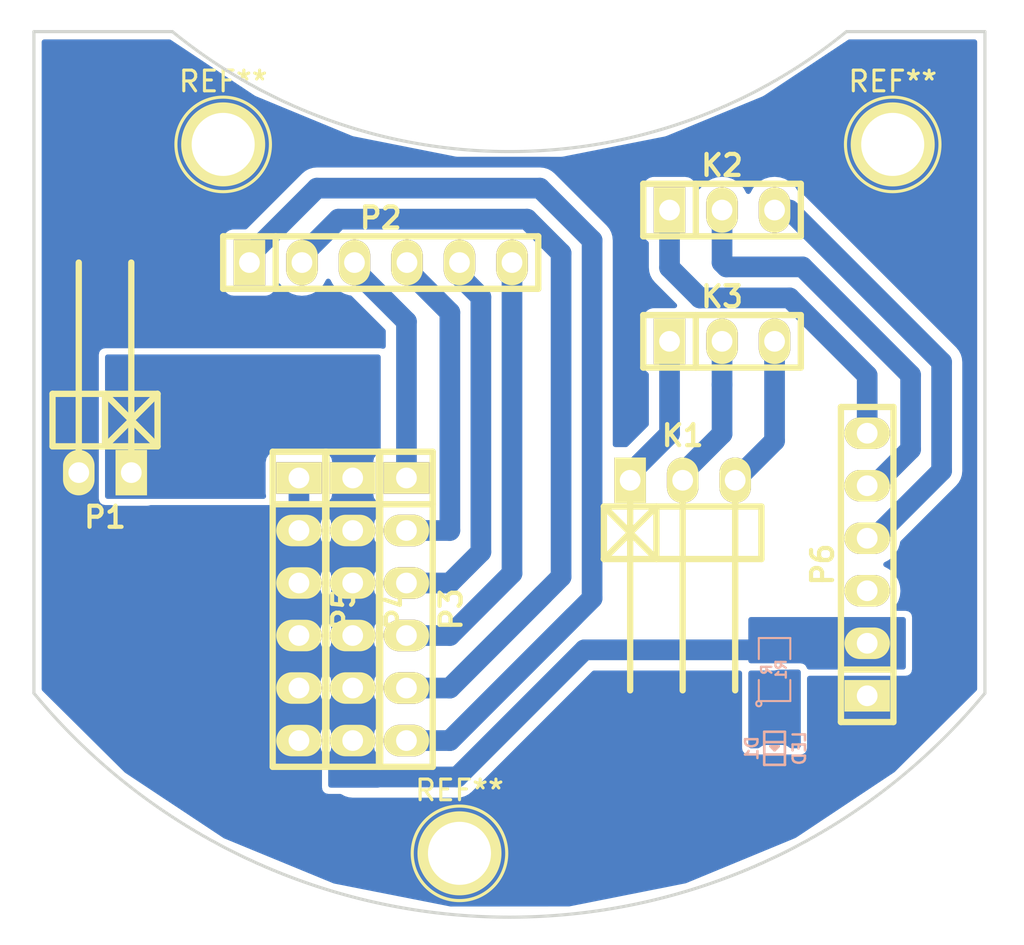
<source format=kicad_pcb>
(kicad_pcb (version 4) (host pcbnew 4.0.1-stable)

  (general
    (links 29)
    (no_connects 0)
    (area 113.324999 58.924999 159.475001 121.907869)
    (thickness 1.6)
    (drawings 6)
    (tracks 68)
    (zones 0)
    (modules 14)
    (nets 17)
  )

  (page A4)
  (layers
    (0 F.Cu signal)
    (31 B.Cu signal)
    (32 B.Adhes user)
    (33 F.Adhes user)
    (34 B.Paste user)
    (35 F.Paste user)
    (36 B.SilkS user)
    (37 F.SilkS user)
    (38 B.Mask user)
    (39 F.Mask user)
    (40 Dwgs.User user)
    (41 Cmts.User user)
    (42 Eco1.User user)
    (43 Eco2.User user)
    (44 Edge.Cuts user)
    (45 Margin user)
    (46 B.CrtYd user)
    (47 F.CrtYd user)
    (48 B.Fab user)
    (49 F.Fab user)
  )

  (setup
    (last_trace_width 1)
    (trace_clearance 0.5)
    (zone_clearance 0.3)
    (zone_45_only no)
    (trace_min 0.2)
    (segment_width 0.2)
    (edge_width 0.15)
    (via_size 0.6)
    (via_drill 0.4)
    (via_min_size 0.4)
    (via_min_drill 0.3)
    (uvia_size 0.3)
    (uvia_drill 0.1)
    (uvias_allowed no)
    (uvia_min_size 0.2)
    (uvia_min_drill 0.1)
    (pcb_text_width 0.3)
    (pcb_text_size 1.5 1.5)
    (mod_edge_width 0.15)
    (mod_text_size 1 1)
    (mod_text_width 0.15)
    (pad_size 4.064 4.064)
    (pad_drill 3.048)
    (pad_to_mask_clearance 0.2)
    (aux_axis_origin 0 0)
    (visible_elements FFFFFF7F)
    (pcbplotparams
      (layerselection 0x01000_80000000)
      (usegerberextensions false)
      (excludeedgelayer true)
      (linewidth 0.100000)
      (plotframeref false)
      (viasonmask false)
      (mode 1)
      (useauxorigin false)
      (hpglpennumber 1)
      (hpglpenspeed 20)
      (hpglpendiameter 15)
      (hpglpenoverlay 2)
      (psnegative false)
      (psa4output false)
      (plotreference true)
      (plotvalue true)
      (plotinvisibletext false)
      (padsonsilk false)
      (subtractmaskfromsilk false)
      (outputformat 1)
      (mirror false)
      (drillshape 0)
      (scaleselection 1)
      (outputdirectory ""))
  )

  (net 0 "")
  (net 1 "Net-(D1-Pad1)")
  (net 2 GND)
  (net 3 PTCM+)
  (net 4 PTCM-)
  (net 5 PTCMs)
  (net 6 +6V)
  (net 7 SRV_0)
  (net 8 SRV_1)
  (net 9 SRV_2)
  (net 10 SRV_3)
  (net 11 SRV_4)
  (net 12 SRV_5)
  (net 13 "Net-(P6-Pad3)")
  (net 14 IO_0)
  (net 15 SDA)
  (net 16 SCL)

  (net_class Default "This is the default net class."
    (clearance 0.5)
    (trace_width 1)
    (via_dia 0.6)
    (via_drill 0.4)
    (uvia_dia 0.3)
    (uvia_drill 0.1)
    (add_net +6V)
    (add_net GND)
    (add_net IO_0)
    (add_net "Net-(D1-Pad1)")
    (add_net "Net-(P6-Pad3)")
    (add_net PTCM+)
    (add_net PTCM-)
    (add_net PTCMs)
    (add_net SCL)
    (add_net SDA)
    (add_net SRV_0)
    (add_net SRV_1)
    (add_net SRV_2)
    (add_net SRV_3)
    (add_net SRV_4)
    (add_net SRV_5)
  )

  (module w_smd_leds:Led_0603 (layer B.Cu) (tedit 0) (tstamp 56982BDA)
    (at 149.225 113.665 270)
    (descr "SMD LED, 0603")
    (path /56982754)
    (fp_text reference D1 (at 0 1.09982 270) (layer B.SilkS)
      (effects (font (size 0.59944 0.59944) (thickness 0.11938)) (justify mirror))
    )
    (fp_text value LED (at 0 -1.19888 270) (layer B.SilkS)
      (effects (font (size 0.59944 0.59944) (thickness 0.11938)) (justify mirror))
    )
    (fp_line (start 0.29972 -0.50038) (end 0.29972 0.50038) (layer B.SilkS) (width 0.127))
    (fp_line (start -0.29972 0.50038) (end -0.29972 -0.50038) (layer B.SilkS) (width 0.127))
    (fp_line (start 0 -0.09906) (end 0 0.09906) (layer B.SilkS) (width 0.127))
    (fp_line (start -0.09906 0.20066) (end -0.09906 -0.20066) (layer B.SilkS) (width 0.127))
    (fp_line (start -0.09906 -0.20066) (end 0.09906 0) (layer B.SilkS) (width 0.127))
    (fp_line (start 0.09906 0) (end -0.09906 0.20066) (layer B.SilkS) (width 0.127))
    (fp_line (start -0.8001 0.50038) (end 0.8001 0.50038) (layer B.SilkS) (width 0.127))
    (fp_line (start 0.8001 0.50038) (end 0.8001 -0.50038) (layer B.SilkS) (width 0.127))
    (fp_line (start 0.8001 -0.50038) (end -0.8001 -0.50038) (layer B.SilkS) (width 0.127))
    (fp_line (start -0.8001 -0.50038) (end -0.8001 0.50038) (layer B.SilkS) (width 0.127))
    (pad 1 smd rect (at -0.7493 0 270) (size 0.79756 0.79756) (layers B.Cu B.Paste B.Mask)
      (net 1 "Net-(D1-Pad1)"))
    (pad 2 smd rect (at 0.7493 0 270) (size 0.79756 0.79756) (layers B.Cu B.Paste B.Mask)
      (net 2 GND))
    (model walter/smd_leds/led_0603.wrl
      (at (xyz 0 0 0))
      (scale (xyz 1 1 1))
      (rotate (xyz 0 0 0))
    )
  )

  (module w_pin_strip:pin_strip_3-90 (layer F.Cu) (tedit 4EF89165) (tstamp 56982BE1)
    (at 144.78 100.7)
    (descr "Pin strip 3pin 90")
    (tags "CONN DEV")
    (path /5697F2C2)
    (fp_text reference K1 (at 0 -2.159) (layer F.SilkS)
      (effects (font (size 1.016 1.016) (thickness 0.2032)))
    )
    (fp_text value CONN_3 (at 0.254 -3.556) (layer F.SilkS) hide
      (effects (font (size 1.016 0.889) (thickness 0.2032)))
    )
    (fp_line (start -3.81 1.27) (end -1.27 3.81) (layer F.SilkS) (width 0.3048))
    (fp_line (start -1.27 1.27) (end -3.81 3.81) (layer F.SilkS) (width 0.3048))
    (fp_line (start -3.81 1.27) (end 3.81 1.27) (layer F.SilkS) (width 0.3048))
    (fp_line (start 3.81 1.27) (end 3.81 3.81) (layer F.SilkS) (width 0.3048))
    (fp_line (start 3.81 3.81) (end -3.81 3.81) (layer F.SilkS) (width 0.3048))
    (fp_line (start -1.27 1.27) (end -1.27 3.81) (layer F.SilkS) (width 0.3048))
    (fp_line (start -2.54 0) (end -2.54 10.16) (layer F.SilkS) (width 0.3048))
    (fp_line (start 2.54 10.16) (end 2.54 0) (layer F.SilkS) (width 0.3048))
    (fp_line (start 0 0) (end 0 10.16) (layer F.SilkS) (width 0.3048))
    (fp_line (start -3.81 3.81) (end -3.81 1.27) (layer F.SilkS) (width 0.3048))
    (pad 1 thru_hole rect (at -2.54 0) (size 1.524 2.19964) (drill 1.00076) (layers *.Cu *.Mask F.SilkS)
      (net 4 PTCM-))
    (pad 2 thru_hole oval (at 0 0) (size 1.524 2.19964) (drill 1.00076) (layers *.Cu *.Mask F.SilkS)
      (net 3 PTCM+))
    (pad 3 thru_hole oval (at 2.54 0) (size 1.524 2.19964) (drill 1.00076) (layers *.Cu *.Mask F.SilkS)
      (net 5 PTCMs))
    (model walter/pin_strip/pin_strip_3-90.wrl
      (at (xyz 0 0 0))
      (scale (xyz 1 1 1))
      (rotate (xyz 0 0 0))
    )
  )

  (module w_pin_strip:pin_strip_2-90 (layer F.Cu) (tedit 4EF89145) (tstamp 56982BE7)
    (at 116.84 100.33 180)
    (descr "Pin strip 2pin 90")
    (tags "CONN DEV")
    (path /569823F1)
    (fp_text reference P1 (at 0 -2.159 180) (layer F.SilkS)
      (effects (font (size 1.016 1.016) (thickness 0.2032)))
    )
    (fp_text value CONN_2 (at 0.254 -3.556 180) (layer F.SilkS) hide
      (effects (font (size 1.016 0.889) (thickness 0.2032)))
    )
    (fp_line (start 0 3.81) (end -2.54 1.27) (layer F.SilkS) (width 0.3048))
    (fp_line (start 0 3.81) (end 0 1.27) (layer F.SilkS) (width 0.3048))
    (fp_line (start 0 1.27) (end -2.54 3.81) (layer F.SilkS) (width 0.3048))
    (fp_line (start -2.54 3.81) (end 2.54 3.81) (layer F.SilkS) (width 0.3048))
    (fp_line (start 2.54 3.81) (end 2.54 1.27) (layer F.SilkS) (width 0.3048))
    (fp_line (start 2.54 1.27) (end -2.54 1.27) (layer F.SilkS) (width 0.3048))
    (fp_line (start -1.27 0) (end -1.27 10.16) (layer F.SilkS) (width 0.3048))
    (fp_line (start 1.27 0) (end 1.27 10.16) (layer F.SilkS) (width 0.3048))
    (fp_line (start -2.54 3.81) (end -2.54 1.27) (layer F.SilkS) (width 0.3048))
    (pad 1 thru_hole rect (at -1.27 0 180) (size 1.524 2.19964) (drill 1.00076) (layers *.Cu *.Mask F.SilkS)
      (net 6 +6V))
    (pad 2 thru_hole oval (at 1.27 0 180) (size 1.524 2.19964) (drill 1.00076) (layers *.Cu *.Mask F.SilkS)
      (net 2 GND))
    (model walter/pin_strip/pin_strip_2-90.wrl
      (at (xyz 0 0 0))
      (scale (xyz 1 1 1))
      (rotate (xyz 0 0 0))
    )
  )

  (module w_pin_strip:pin_strip_6 (layer F.Cu) (tedit 4B90DFC4) (tstamp 56982BF1)
    (at 131.42 106.94 270)
    (descr "Pin strip 6pin")
    (tags "CONN DEV")
    (path /5697E819)
    (fp_text reference P3 (at 0 -2.159 270) (layer F.SilkS)
      (effects (font (size 1.016 1.016) (thickness 0.2032)))
    )
    (fp_text value CONN_6 (at 0.254 -3.556 270) (layer F.SilkS) hide
      (effects (font (size 1.016 0.889) (thickness 0.2032)))
    )
    (fp_line (start -5.08 -1.27) (end -5.08 1.27) (layer F.SilkS) (width 0.3048))
    (fp_line (start -7.62 1.27) (end -7.62 -1.27) (layer F.SilkS) (width 0.3048))
    (fp_line (start -7.62 -1.27) (end 7.62 -1.27) (layer F.SilkS) (width 0.3048))
    (fp_line (start 7.62 -1.27) (end 7.62 1.27) (layer F.SilkS) (width 0.3048))
    (fp_line (start 7.62 1.27) (end -7.62 1.27) (layer F.SilkS) (width 0.3048))
    (pad 1 thru_hole rect (at -6.35 0 270) (size 1.524 2.19964) (drill 1.00076) (layers *.Cu *.Mask F.SilkS)
      (net 7 SRV_0))
    (pad 2 thru_hole oval (at -3.81 0 270) (size 1.524 2.19964) (drill 1.00076) (layers *.Cu *.Mask F.SilkS)
      (net 8 SRV_1))
    (pad 3 thru_hole oval (at -1.27 0 270) (size 1.524 2.19964) (drill 1.00076) (layers *.Cu *.Mask F.SilkS)
      (net 9 SRV_2))
    (pad 4 thru_hole oval (at 1.27 0 270) (size 1.524 2.19964) (drill 1.00076) (layers *.Cu *.Mask F.SilkS)
      (net 10 SRV_3))
    (pad 5 thru_hole oval (at 3.81 0 270) (size 1.524 2.19964) (drill 1.00076) (layers *.Cu *.Mask F.SilkS)
      (net 11 SRV_4))
    (pad 6 thru_hole oval (at 6.35 0 270) (size 1.524 2.19964) (drill 1.00076) (layers *.Cu *.Mask F.SilkS)
      (net 12 SRV_5))
    (model walter/pin_strip/pin_strip_6.wrl
      (at (xyz 0 0 0))
      (scale (xyz 1 1 1))
      (rotate (xyz 0 0 0))
    )
  )

  (module w_pin_strip:pin_strip_6 (layer F.Cu) (tedit 4B90DFC4) (tstamp 56982BFB)
    (at 128.82 106.94 270)
    (descr "Pin strip 6pin")
    (tags "CONN DEV")
    (path /5697E2B4)
    (fp_text reference P4 (at 0 -2.159 270) (layer F.SilkS)
      (effects (font (size 1.016 1.016) (thickness 0.2032)))
    )
    (fp_text value CONN_6 (at 0.254 -3.556 270) (layer F.SilkS) hide
      (effects (font (size 1.016 0.889) (thickness 0.2032)))
    )
    (fp_line (start -5.08 -1.27) (end -5.08 1.27) (layer F.SilkS) (width 0.3048))
    (fp_line (start -7.62 1.27) (end -7.62 -1.27) (layer F.SilkS) (width 0.3048))
    (fp_line (start -7.62 -1.27) (end 7.62 -1.27) (layer F.SilkS) (width 0.3048))
    (fp_line (start 7.62 -1.27) (end 7.62 1.27) (layer F.SilkS) (width 0.3048))
    (fp_line (start 7.62 1.27) (end -7.62 1.27) (layer F.SilkS) (width 0.3048))
    (pad 1 thru_hole rect (at -6.35 0 270) (size 1.524 2.19964) (drill 1.00076) (layers *.Cu *.Mask F.SilkS)
      (net 6 +6V))
    (pad 2 thru_hole oval (at -3.81 0 270) (size 1.524 2.19964) (drill 1.00076) (layers *.Cu *.Mask F.SilkS)
      (net 6 +6V))
    (pad 3 thru_hole oval (at -1.27 0 270) (size 1.524 2.19964) (drill 1.00076) (layers *.Cu *.Mask F.SilkS)
      (net 6 +6V))
    (pad 4 thru_hole oval (at 1.27 0 270) (size 1.524 2.19964) (drill 1.00076) (layers *.Cu *.Mask F.SilkS)
      (net 6 +6V))
    (pad 5 thru_hole oval (at 3.81 0 270) (size 1.524 2.19964) (drill 1.00076) (layers *.Cu *.Mask F.SilkS)
      (net 6 +6V))
    (pad 6 thru_hole oval (at 6.35 0 270) (size 1.524 2.19964) (drill 1.00076) (layers *.Cu *.Mask F.SilkS)
      (net 6 +6V))
    (model walter/pin_strip/pin_strip_6.wrl
      (at (xyz 0 0 0))
      (scale (xyz 1 1 1))
      (rotate (xyz 0 0 0))
    )
  )

  (module w_pin_strip:pin_strip_6 (layer F.Cu) (tedit 4B90DFC4) (tstamp 56982C05)
    (at 126.22 106.94 270)
    (descr "Pin strip 6pin")
    (tags "CONN DEV")
    (path /5697E368)
    (fp_text reference P5 (at 0 -2.159 270) (layer F.SilkS)
      (effects (font (size 1.016 1.016) (thickness 0.2032)))
    )
    (fp_text value CONN_6 (at 0.254 -3.556 270) (layer F.SilkS) hide
      (effects (font (size 1.016 0.889) (thickness 0.2032)))
    )
    (fp_line (start -5.08 -1.27) (end -5.08 1.27) (layer F.SilkS) (width 0.3048))
    (fp_line (start -7.62 1.27) (end -7.62 -1.27) (layer F.SilkS) (width 0.3048))
    (fp_line (start -7.62 -1.27) (end 7.62 -1.27) (layer F.SilkS) (width 0.3048))
    (fp_line (start 7.62 -1.27) (end 7.62 1.27) (layer F.SilkS) (width 0.3048))
    (fp_line (start 7.62 1.27) (end -7.62 1.27) (layer F.SilkS) (width 0.3048))
    (pad 1 thru_hole rect (at -6.35 0 270) (size 1.524 2.19964) (drill 1.00076) (layers *.Cu *.Mask F.SilkS)
      (net 2 GND))
    (pad 2 thru_hole oval (at -3.81 0 270) (size 1.524 2.19964) (drill 1.00076) (layers *.Cu *.Mask F.SilkS)
      (net 2 GND))
    (pad 3 thru_hole oval (at -1.27 0 270) (size 1.524 2.19964) (drill 1.00076) (layers *.Cu *.Mask F.SilkS)
      (net 2 GND))
    (pad 4 thru_hole oval (at 1.27 0 270) (size 1.524 2.19964) (drill 1.00076) (layers *.Cu *.Mask F.SilkS)
      (net 2 GND))
    (pad 5 thru_hole oval (at 3.81 0 270) (size 1.524 2.19964) (drill 1.00076) (layers *.Cu *.Mask F.SilkS)
      (net 2 GND))
    (pad 6 thru_hole oval (at 6.35 0 270) (size 1.524 2.19964) (drill 1.00076) (layers *.Cu *.Mask F.SilkS)
      (net 2 GND))
    (model walter/pin_strip/pin_strip_6.wrl
      (at (xyz 0 0 0))
      (scale (xyz 1 1 1))
      (rotate (xyz 0 0 0))
    )
  )

  (module libcms:SM0805 (layer B.Cu) (tedit 5091495C) (tstamp 56982C0B)
    (at 149.225 109.855 90)
    (path /569827AF)
    (attr smd)
    (fp_text reference R1 (at 0 0.3175 90) (layer B.SilkS)
      (effects (font (size 0.50038 0.50038) (thickness 0.10922)) (justify mirror))
    )
    (fp_text value R (at 0 -0.381 90) (layer B.SilkS)
      (effects (font (size 0.50038 0.50038) (thickness 0.10922)) (justify mirror))
    )
    (fp_circle (center -1.651 -0.762) (end -1.651 -0.635) (layer B.SilkS) (width 0.09906))
    (fp_line (start -0.508 -0.762) (end -1.524 -0.762) (layer B.SilkS) (width 0.09906))
    (fp_line (start -1.524 -0.762) (end -1.524 0.762) (layer B.SilkS) (width 0.09906))
    (fp_line (start -1.524 0.762) (end -0.508 0.762) (layer B.SilkS) (width 0.09906))
    (fp_line (start 0.508 0.762) (end 1.524 0.762) (layer B.SilkS) (width 0.09906))
    (fp_line (start 1.524 0.762) (end 1.524 -0.762) (layer B.SilkS) (width 0.09906))
    (fp_line (start 1.524 -0.762) (end 0.508 -0.762) (layer B.SilkS) (width 0.09906))
    (pad 1 smd rect (at -0.9525 0 90) (size 0.889 1.397) (layers B.Cu B.Paste B.Mask)
      (net 1 "Net-(D1-Pad1)"))
    (pad 2 smd rect (at 0.9525 0 90) (size 0.889 1.397) (layers B.Cu B.Paste B.Mask)
      (net 6 +6V))
    (model smd/chip_cms.wrl
      (at (xyz 0 0 0))
      (scale (xyz 0.1 0.1 0.1))
      (rotate (xyz 0 0 0))
    )
  )

  (module w_pin_strip:pin_strip_6 (layer F.Cu) (tedit 4B90DFC4) (tstamp 56983C2E)
    (at 153.705 104.775 90)
    (descr "Pin strip 6pin")
    (tags "CONN DEV")
    (path /569855D1)
    (fp_text reference P6 (at 0 -2.159 90) (layer F.SilkS)
      (effects (font (size 1.016 1.016) (thickness 0.2032)))
    )
    (fp_text value CONN_6 (at 0.254 -3.556 90) (layer F.SilkS) hide
      (effects (font (size 1.016 0.889) (thickness 0.2032)))
    )
    (fp_line (start -5.08 -1.27) (end -5.08 1.27) (layer F.SilkS) (width 0.3048))
    (fp_line (start -7.62 1.27) (end -7.62 -1.27) (layer F.SilkS) (width 0.3048))
    (fp_line (start -7.62 -1.27) (end 7.62 -1.27) (layer F.SilkS) (width 0.3048))
    (fp_line (start 7.62 -1.27) (end 7.62 1.27) (layer F.SilkS) (width 0.3048))
    (fp_line (start 7.62 1.27) (end -7.62 1.27) (layer F.SilkS) (width 0.3048))
    (pad 1 thru_hole rect (at -6.35 0 90) (size 1.524 2.19964) (drill 1.00076) (layers *.Cu *.Mask F.SilkS)
      (net 2 GND))
    (pad 2 thru_hole oval (at -3.81 0 90) (size 1.524 2.19964) (drill 1.00076) (layers *.Cu *.Mask F.SilkS)
      (net 6 +6V))
    (pad 3 thru_hole oval (at -1.27 0 90) (size 1.524 2.19964) (drill 1.00076) (layers *.Cu *.Mask F.SilkS)
      (net 13 "Net-(P6-Pad3)"))
    (pad 4 thru_hole oval (at 1.27 0 90) (size 1.524 2.19964) (drill 1.00076) (layers *.Cu *.Mask F.SilkS)
      (net 14 IO_0))
    (pad 5 thru_hole oval (at 3.81 0 90) (size 1.524 2.19964) (drill 1.00076) (layers *.Cu *.Mask F.SilkS)
      (net 15 SDA))
    (pad 6 thru_hole oval (at 6.35 0 90) (size 1.524 2.19964) (drill 1.00076) (layers *.Cu *.Mask F.SilkS)
      (net 16 SCL))
    (model walter/pin_strip/pin_strip_6.wrl
      (at (xyz 0 0 0))
      (scale (xyz 1 1 1))
      (rotate (xyz 0 0 0))
    )
  )

  (module Connect:1pin (layer F.Cu) (tedit 56A33243) (tstamp 569C37EA)
    (at 122.555 84.455)
    (descr "module 1 pin (ou trou mecanique de percage)")
    (tags DEV)
    (fp_text reference REF** (at 0 -3.048) (layer F.SilkS)
      (effects (font (size 1 1) (thickness 0.15)))
    )
    (fp_text value 1pin (at 0 2.794) (layer F.Fab)
      (effects (font (size 1 1) (thickness 0.15)))
    )
    (fp_circle (center 0 0) (end 0 -2.286) (layer F.SilkS) (width 0.15))
    (pad 1 thru_hole circle (at 0 0) (size 4.064 4.064) (drill 3.048) (layers *.Cu *.Mask F.SilkS)
      (net 2 GND))
  )

  (module Connect:1pin (layer F.Cu) (tedit 56A3325E) (tstamp 569C37F1)
    (at 133.985 118.745)
    (descr "module 1 pin (ou trou mecanique de percage)")
    (tags DEV)
    (fp_text reference REF** (at 0 -3.048) (layer F.SilkS)
      (effects (font (size 1 1) (thickness 0.15)))
    )
    (fp_text value 1pin (at 0 2.794) (layer F.Fab)
      (effects (font (size 1 1) (thickness 0.15)))
    )
    (fp_circle (center 0 0) (end 0 -2.286) (layer F.SilkS) (width 0.15))
    (pad 3 thru_hole circle (at 0 0) (size 4.064 4.064) (drill 3.048) (layers *.Cu *.Mask F.SilkS)
      (net 2 GND))
  )

  (module Connect:1pin (layer F.Cu) (tedit 56A3324E) (tstamp 569C3907)
    (at 154.94 84.455)
    (descr "module 1 pin (ou trou mecanique de percage)")
    (tags DEV)
    (fp_text reference REF** (at 0 -3.048) (layer F.SilkS)
      (effects (font (size 1 1) (thickness 0.15)))
    )
    (fp_text value 1pin (at 0 2.794) (layer F.Fab)
      (effects (font (size 1 1) (thickness 0.15)))
    )
    (fp_circle (center 0 0) (end 0 -2.286) (layer F.SilkS) (width 0.15))
    (pad 2 thru_hole circle (at 0 0) (size 4.064 4.064) (drill 3.048) (layers *.Cu *.Mask F.SilkS)
      (net 2 GND))
  )

  (module w_pin_strip:pin_strip_3 (layer F.Cu) (tedit 4B90E017) (tstamp 569D36B4)
    (at 146.685 87.63)
    (descr "Pin strip 3pin")
    (tags "CONN DEV")
    (path /569D3971)
    (fp_text reference K2 (at 0 -2.159) (layer F.SilkS)
      (effects (font (size 1.016 1.016) (thickness 0.2032)))
    )
    (fp_text value CONN_3 (at 0.254 -3.556) (layer F.SilkS) hide
      (effects (font (size 1.016 0.889) (thickness 0.2032)))
    )
    (fp_line (start -1.27 1.27) (end -1.27 -1.27) (layer F.SilkS) (width 0.3048))
    (fp_line (start -3.81 -1.27) (end 3.81 -1.27) (layer F.SilkS) (width 0.3048))
    (fp_line (start 3.81 -1.27) (end 3.81 1.27) (layer F.SilkS) (width 0.3048))
    (fp_line (start 3.81 1.27) (end -3.81 1.27) (layer F.SilkS) (width 0.3048))
    (fp_line (start -3.81 1.27) (end -3.81 -1.27) (layer F.SilkS) (width 0.3048))
    (pad 1 thru_hole rect (at -2.54 0) (size 1.524 2.19964) (drill 1.00076) (layers *.Cu *.Mask F.SilkS)
      (net 16 SCL))
    (pad 2 thru_hole oval (at 0 0) (size 1.524 2.19964) (drill 1.00076) (layers *.Cu *.Mask F.SilkS)
      (net 15 SDA))
    (pad 3 thru_hole oval (at 2.54 0) (size 1.524 2.19964) (drill 1.00076) (layers *.Cu *.Mask F.SilkS)
      (net 14 IO_0))
    (model walter/pin_strip/pin_strip_3.wrl
      (at (xyz 0 0 0))
      (scale (xyz 1 1 1))
      (rotate (xyz 0 0 0))
    )
  )

  (module w_pin_strip:pin_strip_3 (layer F.Cu) (tedit 4B90E017) (tstamp 569D36BB)
    (at 146.685 93.98)
    (descr "Pin strip 3pin")
    (tags "CONN DEV")
    (path /569D39FE)
    (fp_text reference K3 (at 0 -2.159) (layer F.SilkS)
      (effects (font (size 1.016 1.016) (thickness 0.2032)))
    )
    (fp_text value CONN_3 (at 0.254 -3.556) (layer F.SilkS) hide
      (effects (font (size 1.016 0.889) (thickness 0.2032)))
    )
    (fp_line (start -1.27 1.27) (end -1.27 -1.27) (layer F.SilkS) (width 0.3048))
    (fp_line (start -3.81 -1.27) (end 3.81 -1.27) (layer F.SilkS) (width 0.3048))
    (fp_line (start 3.81 -1.27) (end 3.81 1.27) (layer F.SilkS) (width 0.3048))
    (fp_line (start 3.81 1.27) (end -3.81 1.27) (layer F.SilkS) (width 0.3048))
    (fp_line (start -3.81 1.27) (end -3.81 -1.27) (layer F.SilkS) (width 0.3048))
    (pad 1 thru_hole rect (at -2.54 0) (size 1.524 2.19964) (drill 1.00076) (layers *.Cu *.Mask F.SilkS)
      (net 4 PTCM-))
    (pad 2 thru_hole oval (at 0 0) (size 1.524 2.19964) (drill 1.00076) (layers *.Cu *.Mask F.SilkS)
      (net 3 PTCM+))
    (pad 3 thru_hole oval (at 2.54 0) (size 1.524 2.19964) (drill 1.00076) (layers *.Cu *.Mask F.SilkS)
      (net 5 PTCMs))
    (model walter/pin_strip/pin_strip_3.wrl
      (at (xyz 0 0 0))
      (scale (xyz 1 1 1))
      (rotate (xyz 0 0 0))
    )
  )

  (module w_pin_strip:pin_strip_6 (layer F.Cu) (tedit 4B90DFC4) (tstamp 569D36C5)
    (at 130.175 90.17)
    (descr "Pin strip 6pin")
    (tags "CONN DEV")
    (path /569D35E5)
    (fp_text reference P2 (at 0 -2.159) (layer F.SilkS)
      (effects (font (size 1.016 1.016) (thickness 0.2032)))
    )
    (fp_text value CONN_6 (at 0.254 -3.556) (layer F.SilkS) hide
      (effects (font (size 1.016 0.889) (thickness 0.2032)))
    )
    (fp_line (start -5.08 -1.27) (end -5.08 1.27) (layer F.SilkS) (width 0.3048))
    (fp_line (start -7.62 1.27) (end -7.62 -1.27) (layer F.SilkS) (width 0.3048))
    (fp_line (start -7.62 -1.27) (end 7.62 -1.27) (layer F.SilkS) (width 0.3048))
    (fp_line (start 7.62 -1.27) (end 7.62 1.27) (layer F.SilkS) (width 0.3048))
    (fp_line (start 7.62 1.27) (end -7.62 1.27) (layer F.SilkS) (width 0.3048))
    (pad 1 thru_hole rect (at -6.35 0) (size 1.524 2.19964) (drill 1.00076) (layers *.Cu *.Mask F.SilkS)
      (net 12 SRV_5))
    (pad 2 thru_hole oval (at -3.81 0) (size 1.524 2.19964) (drill 1.00076) (layers *.Cu *.Mask F.SilkS)
      (net 11 SRV_4))
    (pad 3 thru_hole oval (at -1.27 0) (size 1.524 2.19964) (drill 1.00076) (layers *.Cu *.Mask F.SilkS)
      (net 7 SRV_0))
    (pad 4 thru_hole oval (at 1.27 0) (size 1.524 2.19964) (drill 1.00076) (layers *.Cu *.Mask F.SilkS)
      (net 8 SRV_1))
    (pad 5 thru_hole oval (at 3.81 0) (size 1.524 2.19964) (drill 1.00076) (layers *.Cu *.Mask F.SilkS)
      (net 9 SRV_2))
    (pad 6 thru_hole oval (at 6.35 0) (size 1.524 2.19964) (drill 1.00076) (layers *.Cu *.Mask F.SilkS)
      (net 10 SRV_3))
    (model walter/pin_strip/pin_strip_6.wrl
      (at (xyz 0 0 0))
      (scale (xyz 1 1 1))
      (rotate (xyz 0 0 0))
    )
  )

  (gr_arc (start 136.4 59) (end 152.7 79) (angle 78.36006817) (layer Edge.Cuts) (width 0.15))
  (gr_line (start 152.7 79) (end 159.4 79) (layer Edge.Cuts) (width 0.15))
  (gr_line (start 120.1 79) (end 113.4 79) (layer Edge.Cuts) (width 0.15))
  (gr_arc (start 136.4 92) (end 159.4 111) (angle 100.8806641) (layer Edge.Cuts) (width 0.15))
  (gr_line (start 113.4 111) (end 113.4 79) (angle 90) (layer Edge.Cuts) (width 0.15))
  (gr_line (start 159.4 111) (end 159.4 79) (angle 90) (layer Edge.Cuts) (width 0.15))

  (segment (start 126.22 103.13) (end 126.22 100.59) (width 1) (layer B.Cu) (net 2))
  (segment (start 144.78 100.7) (end 144.78 100.36218) (width 1) (layer B.Cu) (net 3))
  (segment (start 144.78 100.36218) (end 146.685 98.45718) (width 1) (layer B.Cu) (net 3))
  (segment (start 146.685 98.45718) (end 146.685 96.07982) (width 1) (layer B.Cu) (net 3))
  (segment (start 146.685 96.07982) (end 146.685 93.98) (width 1) (layer B.Cu) (net 3))
  (segment (start 144.78 100.7) (end 144.78 100.410322) (width 1) (layer B.Cu) (net 3))
  (segment (start 144.145 98.45718) (end 144.145 93.98) (width 1) (layer B.Cu) (net 4))
  (segment (start 142.24 100.36218) (end 144.145 98.45718) (width 1) (layer B.Cu) (net 4))
  (segment (start 142.24 100.7) (end 142.24 100.36218) (width 1) (layer B.Cu) (net 4))
  (segment (start 147.32 100.7) (end 149.225 98.795) (width 1) (layer B.Cu) (net 5))
  (segment (start 149.225 98.795) (end 149.225 93.98) (width 1) (layer B.Cu) (net 5))
  (segment (start 140.028654 108.9025) (end 133.879144 115.05201) (width 1) (layer B.Cu) (net 6))
  (segment (start 133.879144 115.05201) (end 128.82001 115.05201) (width 1) (layer B.Cu) (net 6))
  (segment (start 128.82001 115.05201) (end 128.82 115.052) (width 1) (layer B.Cu) (net 6))
  (segment (start 128.82 115.052) (end 128.82 113.29) (width 1) (layer B.Cu) (net 6))
  (segment (start 149.225 108.9025) (end 140.028654 108.9025) (width 1) (layer B.Cu) (net 6))
  (segment (start 131.42 100.59) (end 131.42 93.02282) (width 1) (layer B.Cu) (net 7))
  (segment (start 131.42 93.02282) (end 128.905 90.50782) (width 1) (layer B.Cu) (net 7))
  (segment (start 128.905 90.50782) (end 128.905 90.17) (width 1) (layer B.Cu) (net 7))
  (segment (start 131.42 103.13) (end 133.519821 103.129999) (width 1) (layer B.Cu) (net 8))
  (segment (start 133.519821 103.129999) (end 133.519821 92.582641) (width 1) (layer B.Cu) (net 8))
  (segment (start 133.519821 92.582641) (end 131.445 90.50782) (width 1) (layer B.Cu) (net 8))
  (segment (start 131.445 90.50782) (end 131.445 90.17) (width 1) (layer B.Cu) (net 8))
  (segment (start 133.985 90.17) (end 133.985 90.805) (width 1) (layer B.Cu) (net 9))
  (segment (start 133.985 90.805) (end 135.019828 91.839828) (width 1) (layer B.Cu) (net 9))
  (segment (start 135.019828 91.839828) (end 135.019828 104.169992) (width 1) (layer B.Cu) (net 9))
  (segment (start 135.019828 104.169992) (end 133.51982 105.67) (width 1) (layer B.Cu) (net 9))
  (segment (start 133.51982 105.67) (end 131.42 105.67) (width 1) (layer B.Cu) (net 9))
  (segment (start 131.42 105.67) (end 131.42 105.464703) (width 0.5) (layer B.Cu) (net 9))
  (segment (start 133.51982 108.21) (end 136.525 105.20482) (width 1) (layer B.Cu) (net 10))
  (segment (start 136.525 105.20482) (end 136.525 90.17) (width 1) (layer B.Cu) (net 10))
  (segment (start 133.51982 108.21) (end 131.42 108.21) (width 1) (layer B.Cu) (net 10))
  (segment (start 126.365 90.17) (end 126.365 89.83218) (width 1) (layer B.Cu) (net 11))
  (segment (start 126.365 89.83218) (end 128.12701 88.07017) (width 1) (layer B.Cu) (net 11))
  (segment (start 128.12701 88.07017) (end 137.254848 88.07017) (width 1) (layer B.Cu) (net 11))
  (segment (start 138.898547 89.713869) (end 138.898547 105.371273) (width 1) (layer B.Cu) (net 11))
  (segment (start 137.254848 88.07017) (end 138.898547 89.713869) (width 1) (layer B.Cu) (net 11))
  (segment (start 138.898547 105.371273) (end 133.51982 110.75) (width 1) (layer B.Cu) (net 11))
  (segment (start 133.51982 110.75) (end 131.42 110.75) (width 1) (layer B.Cu) (net 11))
  (segment (start 138.019863 106.249957) (end 133.51982 110.75) (width 1) (layer B.Cu) (net 11))
  (segment (start 131.75782 110.75) (end 131.42 110.75) (width 0.5) (layer B.Cu) (net 11))
  (segment (start 123.825 90.17) (end 123.825 89.83218) (width 1) (layer B.Cu) (net 12))
  (segment (start 123.825 89.83218) (end 127.08702 86.57016) (width 1) (layer B.Cu) (net 12))
  (segment (start 127.08702 86.57016) (end 137.876173 86.570161) (width 1) (layer B.Cu) (net 12))
  (segment (start 133.51982 113.29) (end 131.42 113.29) (width 1) (layer B.Cu) (net 12))
  (segment (start 137.876173 86.570161) (end 140.398556 89.092544) (width 1) (layer B.Cu) (net 12))
  (segment (start 140.398556 89.092544) (end 140.398556 106.411264) (width 1) (layer B.Cu) (net 12))
  (segment (start 140.398556 106.411264) (end 133.51982 113.29) (width 1) (layer B.Cu) (net 12))
  (segment (start 139.519872 107.289948) (end 133.51982 113.29) (width 1) (layer B.Cu) (net 12))
  (segment (start 131.75782 113.29) (end 131.42 113.29) (width 0.5) (layer B.Cu) (net 12))
  (segment (start 149.225 87.63) (end 149.947346 87.63) (width 1) (layer B.Cu) (net 14))
  (segment (start 149.947346 87.63) (end 157.30484 94.987494) (width 1) (layer B.Cu) (net 14))
  (segment (start 157.30484 100.24298) (end 154.04282 103.505) (width 1) (layer B.Cu) (net 14))
  (segment (start 157.30484 94.987494) (end 157.30484 100.24298) (width 1) (layer B.Cu) (net 14))
  (segment (start 154.04282 103.505) (end 153.705 103.505) (width 1) (layer B.Cu) (net 14))
  (segment (start 146.685 87.63) (end 146.685 90.17) (width 1) (layer B.Cu) (net 15))
  (segment (start 146.685 90.17) (end 146.89516 90.38016) (width 1) (layer B.Cu) (net 15))
  (segment (start 146.89516 90.38016) (end 150.576173 90.380161) (width 1) (layer B.Cu) (net 15))
  (segment (start 150.576173 90.380161) (end 155.80483 95.608818) (width 1) (layer B.Cu) (net 15))
  (segment (start 155.80483 95.608818) (end 155.80483 99.20299) (width 1) (layer B.Cu) (net 15))
  (segment (start 155.80483 99.20299) (end 154.04282 100.965) (width 1) (layer B.Cu) (net 15))
  (segment (start 154.04282 100.965) (end 153.705 100.965) (width 1) (layer B.Cu) (net 15))
  (segment (start 145.609821 91.880179) (end 144.145 90.415358) (width 1) (layer B.Cu) (net 16))
  (segment (start 144.145 90.415358) (end 144.145 87.63) (width 1) (layer B.Cu) (net 16))
  (segment (start 149.954848 91.88017) (end 145.60983 91.88017) (width 1) (layer B.Cu) (net 16))
  (segment (start 145.60983 91.88017) (end 145.609821 91.880179) (width 1) (layer B.Cu) (net 16))
  (segment (start 153.705 98.425) (end 153.705 95.630322) (width 1) (layer B.Cu) (net 16))
  (segment (start 153.705 95.630322) (end 149.954848 91.88017) (width 1) (layer B.Cu) (net 16))

  (zone (net 1) (net_name "Net-(D1-Pad1)") (layer B.Cu) (tstamp 0) (hatch edge 0.508)
    (priority 5)
    (connect_pads yes (clearance 0.3))
    (min_thickness 0.254)
    (fill yes (arc_segments 16) (thermal_gap 0.508) (thermal_bridge_width 0.508))
    (polygon
      (pts
        (xy 147.955 109.855) (xy 150.495 109.855) (xy 150.495 113.665) (xy 147.955 113.665)
      )
    )
    (filled_polygon
      (pts
        (xy 150.368 113.538) (xy 150.035531 113.538) (xy 149.872497 113.426603) (xy 149.62378 113.376237) (xy 148.82622 113.376237)
        (xy 148.593868 113.419957) (xy 148.410424 113.538) (xy 148.082 113.538) (xy 148.082 110.0295) (xy 149.225 110.0295)
        (xy 149.442266 109.986283) (xy 149.9235 109.986283) (xy 149.946262 109.982) (xy 150.368 109.982)
      )
    )
  )
  (zone (net 6) (net_name +6V) (layer B.Cu) (tstamp 0) (hatch edge 0.508)
    (priority 4)
    (connect_pads yes (clearance 0.3))
    (min_thickness 0.254)
    (fill yes (arc_segments 16) (thermal_gap 0.508) (thermal_bridge_width 0.508))
    (polygon
      (pts
        (xy 147.955 109.855) (xy 155.575 109.855) (xy 155.575 107.315) (xy 147.955 107.315)
      )
    )
    (filled_polygon
      (pts
        (xy 155.448 109.728) (xy 154.82597 109.728) (xy 154.80482 109.723717) (xy 152.60518 109.723717) (xy 152.582418 109.728)
        (xy 150.898103 109.728) (xy 150.892798 109.699804) (xy 150.801077 109.557265) (xy 150.661127 109.461642) (xy 150.495 109.428)
        (xy 148.082 109.428) (xy 148.082 107.442) (xy 155.448 107.442)
      )
    )
  )
  (zone (net 2) (net_name GND) (layer B.Cu) (tstamp 0) (hatch edge 0.508)
    (connect_pads yes (clearance 0.3))
    (min_thickness 0.254)
    (fill yes (arc_segments 32) (thermal_gap 0.508) (thermal_bridge_width 0.508))
    (polygon
      (pts
        (xy 111.76 77.47) (xy 161.29 77.47) (xy 161.29 123.19) (xy 111.76 123.19)
      )
    )
    (filled_polygon
      (pts
        (xy 124.001438 82.194807) (xy 124.041514 82.216116) (xy 124.081321 82.238018) (xy 124.087782 82.240736) (xy 128.742634 84.161226)
        (xy 128.786137 84.174377) (xy 128.82955 84.188165) (xy 128.836416 84.189576) (xy 133.775642 85.169358) (xy 133.820912 85.173812)
        (xy 133.866135 85.178901) (xy 133.873144 85.178952) (xy 138.90861 85.180707) (xy 138.953881 85.176284) (xy 138.999234 85.172491)
        (xy 139.006119 85.17118) (xy 143.946027 84.194841) (xy 143.989576 84.181709) (xy 144.033329 84.16918) (xy 144.039829 84.166557)
        (xy 148.696018 82.249312) (xy 148.736223 82.227952) (xy 148.776672 82.207182) (xy 148.782539 82.203346) (xy 152.851467 79.502)
        (xy 158.898 79.502) (xy 158.898 110.791245) (xy 154.952443 114.714873) (xy 150.187101 117.885796) (xy 144.896623 120.070732)
        (xy 139.282502 121.186466) (xy 133.558591 121.190494) (xy 127.942909 120.082668) (xy 122.649351 117.905178) (xy 117.879554 114.740969)
        (xy 113.902 110.796644) (xy 113.902 94.615) (xy 116.413 94.615) (xy 116.413 101.6) (xy 116.442202 101.755196)
        (xy 116.533923 101.897735) (xy 116.673873 101.993358) (xy 116.84 102.027) (xy 117.154931 102.027) (xy 117.172477 102.034909)
        (xy 117.348 102.059853) (xy 118.872 102.059853) (xy 118.971847 102.051891) (xy 119.052223 102.027) (xy 127.208 102.027)
        (xy 127.208 102.564659) (xy 127.193357 102.591741) (xy 127.113195 102.850703) (xy 127.084859 103.120303) (xy 127.109428 103.390273)
        (xy 127.185967 103.650329) (xy 127.208 103.692474) (xy 127.208 105.104659) (xy 127.193357 105.131741) (xy 127.113195 105.390703)
        (xy 127.084859 105.660303) (xy 127.109428 105.930273) (xy 127.185967 106.190329) (xy 127.208 106.232474) (xy 127.208 107.644659)
        (xy 127.193357 107.671741) (xy 127.113195 107.930703) (xy 127.084859 108.200303) (xy 127.109428 108.470273) (xy 127.185967 108.730329)
        (xy 127.208 108.772474) (xy 127.208 110.184659) (xy 127.193357 110.211741) (xy 127.113195 110.470703) (xy 127.084859 110.740303)
        (xy 127.109428 111.010273) (xy 127.185967 111.270329) (xy 127.208 111.312474) (xy 127.208 112.724659) (xy 127.193357 112.751741)
        (xy 127.113195 113.010703) (xy 127.084859 113.280303) (xy 127.109428 113.550273) (xy 127.185967 113.810329) (xy 127.208 113.852474)
        (xy 127.208 115.57) (xy 127.237202 115.725196) (xy 127.328923 115.867735) (xy 127.468873 115.963358) (xy 127.635 115.997)
        (xy 128.208863 115.997) (xy 128.284725 116.037677) (xy 128.376037 116.087876) (xy 128.379826 116.089078) (xy 128.38327 116.09094)
        (xy 128.385142 116.091519) (xy 128.386909 116.092467) (xy 128.486398 116.122884) (xy 128.585694 116.154382) (xy 128.589655 116.154826)
        (xy 128.593385 116.155981) (xy 128.595317 116.156184) (xy 128.59725 116.156775) (xy 128.700812 116.167295) (xy 128.804275 116.1789)
        (xy 128.811948 116.178954) (xy 128.812132 116.178973) (xy 128.812316 116.178956) (xy 128.815859 116.178981) (xy 128.816076 116.179003)
        (xy 128.816278 116.178984) (xy 128.82001 116.17901) (xy 133.879144 116.17901) (xy 133.982702 116.168856) (xy 134.086457 116.159778)
        (xy 134.09215 116.158124) (xy 134.098046 116.157546) (xy 134.197643 116.127476) (xy 134.297676 116.098414) (xy 134.302942 116.095684)
        (xy 134.30861 116.093973) (xy 134.4005 116.045114) (xy 134.492952 115.997191) (xy 134.497582 115.993495) (xy 134.502816 115.990712)
        (xy 134.583509 115.9249) (xy 134.664849 115.859968) (xy 134.673094 115.851837) (xy 134.673267 115.851696) (xy 134.6734 115.851536)
        (xy 134.676053 115.848919) (xy 140.495473 110.0295) (xy 147.528 110.0295) (xy 147.528 113.665) (xy 147.557202 113.820196)
        (xy 147.648923 113.962735) (xy 147.788873 114.058358) (xy 147.955 114.092) (xy 150.495 114.092) (xy 150.650196 114.062798)
        (xy 150.792735 113.971077) (xy 150.888358 113.831127) (xy 150.922 113.665) (xy 150.922 110.282) (xy 155.575 110.282)
        (xy 155.730196 110.252798) (xy 155.872735 110.161077) (xy 155.968358 110.021127) (xy 156.002 109.855) (xy 156.002 107.315)
        (xy 155.972798 107.159804) (xy 155.881077 107.017265) (xy 155.741127 106.921642) (xy 155.575 106.888) (xy 155.147876 106.888)
        (xy 155.202708 106.821719) (xy 155.331643 106.583259) (xy 155.411805 106.324297) (xy 155.440141 106.054697) (xy 155.415572 105.784727)
        (xy 155.339033 105.524671) (xy 155.213441 105.284435) (xy 155.043578 105.073168) (xy 154.835914 104.898917) (xy 154.608871 104.774099)
        (xy 154.819836 104.661928) (xy 155.029912 104.490594) (xy 155.202708 104.281719) (xy 155.331643 104.043259) (xy 155.411805 103.784297)
        (xy 155.418202 103.723436) (xy 158.101749 101.039889) (xy 158.167777 100.959506) (xy 158.234743 100.879698) (xy 158.2376 100.874502)
        (xy 158.241359 100.869925) (xy 158.290507 100.778265) (xy 158.340706 100.686953) (xy 158.3425 100.681297) (xy 158.345297 100.676081)
        (xy 158.375714 100.576592) (xy 158.407212 100.477296) (xy 158.407873 100.471406) (xy 158.409605 100.46574) (xy 158.420125 100.362178)
        (xy 158.43173 100.258715) (xy 158.431811 100.247131) (xy 158.431833 100.246914) (xy 158.431814 100.246712) (xy 158.43184 100.24298)
        (xy 158.43184 94.987494) (xy 158.421686 94.883936) (xy 158.412608 94.780181) (xy 158.410954 94.774488) (xy 158.410376 94.768592)
        (xy 158.380302 94.668981) (xy 158.351244 94.568963) (xy 158.348515 94.563698) (xy 158.346803 94.558028) (xy 158.297934 94.466119)
        (xy 158.250021 94.373686) (xy 158.246325 94.369056) (xy 158.243542 94.363822) (xy 158.17773 94.283129) (xy 158.112798 94.201789)
        (xy 158.104667 94.193544) (xy 158.104526 94.193371) (xy 158.104366 94.193238) (xy 158.101749 94.190585) (xy 150.744255 86.833091)
        (xy 150.663872 86.767063) (xy 150.584064 86.700097) (xy 150.578868 86.69724) (xy 150.574291 86.693481) (xy 150.482631 86.644333)
        (xy 150.437381 86.619457) (xy 150.381928 86.515164) (xy 150.210594 86.305088) (xy 150.001719 86.132292) (xy 149.763259 86.003357)
        (xy 149.504297 85.923195) (xy 149.234697 85.894859) (xy 148.964727 85.919428) (xy 148.704671 85.995967) (xy 148.464435 86.121559)
        (xy 148.253168 86.291422) (xy 148.078917 86.499086) (xy 147.954099 86.726129) (xy 147.841928 86.515164) (xy 147.670594 86.305088)
        (xy 147.461719 86.132292) (xy 147.223259 86.003357) (xy 146.964297 85.923195) (xy 146.694697 85.894859) (xy 146.424727 85.919428)
        (xy 146.164671 85.995967) (xy 145.924435 86.121559) (xy 145.713168 86.291422) (xy 145.538917 86.499086) (xy 145.535106 86.506018)
        (xy 145.529071 86.430333) (xy 145.476626 86.260981) (xy 145.379077 86.112945) (xy 145.244148 85.997946) (xy 145.082523 85.925091)
        (xy 144.907 85.900147) (xy 143.383 85.900147) (xy 143.283153 85.908109) (xy 143.113801 85.960554) (xy 142.965765 86.058103)
        (xy 142.850766 86.193032) (xy 142.777911 86.354657) (xy 142.752967 86.53018) (xy 142.752967 88.72982) (xy 142.760929 88.829667)
        (xy 142.813374 88.999019) (xy 142.910923 89.147055) (xy 143.018 89.238316) (xy 143.018 90.415358) (xy 143.028154 90.518916)
        (xy 143.037232 90.622671) (xy 143.038886 90.628364) (xy 143.039464 90.63426) (xy 143.069534 90.733857) (xy 143.098596 90.83389)
        (xy 143.101326 90.839156) (xy 143.103037 90.844824) (xy 143.151896 90.936714) (xy 143.199819 91.029166) (xy 143.203515 91.033796)
        (xy 143.206298 91.03903) (xy 143.27211 91.119723) (xy 143.337042 91.201063) (xy 143.345173 91.209308) (xy 143.345314 91.209481)
        (xy 143.345474 91.209614) (xy 143.348091 91.212267) (xy 144.38597 92.250147) (xy 143.383 92.250147) (xy 143.283153 92.258109)
        (xy 143.113801 92.310554) (xy 142.965765 92.408103) (xy 142.850766 92.543032) (xy 142.777911 92.704657) (xy 142.752967 92.88018)
        (xy 142.752967 95.07982) (xy 142.760929 95.179667) (xy 142.813374 95.349019) (xy 142.910923 95.497055) (xy 143.018 95.588316)
        (xy 143.018 97.990362) (xy 142.038215 98.970147) (xy 141.525556 98.970147) (xy 141.525556 89.092544) (xy 141.515402 88.98899)
        (xy 141.506324 88.885231) (xy 141.50467 88.879538) (xy 141.504092 88.873642) (xy 141.474022 88.774045) (xy 141.44496 88.674012)
        (xy 141.44223 88.668746) (xy 141.440519 88.663078) (xy 141.39166 88.571188) (xy 141.343737 88.478736) (xy 141.340041 88.474106)
        (xy 141.337258 88.468872) (xy 141.271446 88.388179) (xy 141.206514 88.306839) (xy 141.19838 88.29859) (xy 141.198242 88.298421)
        (xy 141.198086 88.298292) (xy 141.195465 88.295634) (xy 138.673082 85.773252) (xy 138.592699 85.707224) (xy 138.512891 85.640258)
        (xy 138.507695 85.637401) (xy 138.503118 85.633642) (xy 138.411458 85.584494) (xy 138.320146 85.534295) (xy 138.31449 85.532501)
        (xy 138.309274 85.529704) (xy 138.209785 85.499287) (xy 138.110489 85.467789) (xy 138.104599 85.467128) (xy 138.098933 85.465396)
        (xy 137.995371 85.454876) (xy 137.891908 85.443271) (xy 137.880324 85.44319) (xy 137.880107 85.443168) (xy 137.879905 85.443187)
        (xy 137.876173 85.443161) (xy 127.08702 85.44316) (xy 126.983462 85.453314) (xy 126.879707 85.462392) (xy 126.874014 85.464046)
        (xy 126.868118 85.464624) (xy 126.768521 85.494694) (xy 126.668488 85.523756) (xy 126.663222 85.526486) (xy 126.657554 85.528197)
        (xy 126.565664 85.577056) (xy 126.473212 85.624979) (xy 126.468582 85.628675) (xy 126.463348 85.631458) (xy 126.382655 85.69727)
        (xy 126.301315 85.762202) (xy 126.29307 85.770333) (xy 126.292897 85.770474) (xy 126.292764 85.770634) (xy 126.290111 85.773251)
        (xy 123.623215 88.440147) (xy 123.063 88.440147) (xy 122.963153 88.448109) (xy 122.793801 88.500554) (xy 122.645765 88.598103)
        (xy 122.530766 88.733032) (xy 122.457911 88.894657) (xy 122.432967 89.07018) (xy 122.432967 91.26982) (xy 122.440929 91.369667)
        (xy 122.493374 91.539019) (xy 122.590923 91.687055) (xy 122.725852 91.802054) (xy 122.887477 91.874909) (xy 123.063 91.899853)
        (xy 124.587 91.899853) (xy 124.686847 91.891891) (xy 124.856199 91.839446) (xy 125.004235 91.741897) (xy 125.119234 91.606968)
        (xy 125.192089 91.445343) (xy 125.213886 91.291965) (xy 125.379406 91.494912) (xy 125.588281 91.667708) (xy 125.826741 91.796643)
        (xy 126.085703 91.876805) (xy 126.355303 91.905141) (xy 126.625273 91.880572) (xy 126.885329 91.804033) (xy 127.125565 91.678441)
        (xy 127.336832 91.508578) (xy 127.511083 91.300914) (xy 127.635901 91.073871) (xy 127.748072 91.284836) (xy 127.919406 91.494912)
        (xy 128.128281 91.667708) (xy 128.366741 91.796643) (xy 128.625703 91.876805) (xy 128.686564 91.883202) (xy 130.293 93.489638)
        (xy 130.293 94.211896) (xy 130.175 94.188) (xy 116.84 94.188) (xy 116.684804 94.217202) (xy 116.542265 94.308923)
        (xy 116.446642 94.448873) (xy 116.413 94.615) (xy 113.902 94.615) (xy 113.902 79.502) (xy 119.948438 79.502)
      )
    )
  )
  (zone (net 6) (net_name +6V) (layer B.Cu) (tstamp 0) (hatch edge 0.508)
    (priority 5)
    (connect_pads yes (clearance 0.3))
    (min_thickness 0.254)
    (fill yes (arc_segments 16) (thermal_gap 0.508) (thermal_bridge_width 0.508))
    (polygon
      (pts
        (xy 116.84 94.615) (xy 130.175 94.615) (xy 130.175 115.57) (xy 127.635 115.57) (xy 127.635 101.6)
        (xy 116.84 101.6)
      )
    )
    (filled_polygon
      (pts
        (xy 130.048 99.258066) (xy 129.874427 99.369757) (xy 129.731263 99.579283) (xy 129.680897 99.828) (xy 129.680897 101.352)
        (xy 129.724617 101.584352) (xy 129.861937 101.797753) (xy 130.048 101.924885) (xy 130.048 102.175036) (xy 129.765081 102.598453)
        (xy 129.65935 103.13) (xy 129.765081 103.661547) (xy 130.048 104.084964) (xy 130.048 104.715036) (xy 129.765081 105.138453)
        (xy 129.65935 105.67) (xy 129.765081 106.201547) (xy 130.048 106.624964) (xy 130.048 107.255036) (xy 129.765081 107.678453)
        (xy 129.65935 108.21) (xy 129.765081 108.741547) (xy 130.048 109.164964) (xy 130.048 109.795036) (xy 129.765081 110.218453)
        (xy 129.65935 110.75) (xy 129.765081 111.281547) (xy 130.048 111.704964) (xy 130.048 112.335036) (xy 129.765081 112.758453)
        (xy 129.65935 113.29) (xy 129.765081 113.821547) (xy 130.048 114.244964) (xy 130.048 115.443) (xy 127.762 115.443)
        (xy 127.762 113.990542) (xy 127.874919 113.821547) (xy 127.98065 113.29) (xy 127.874919 112.758453) (xy 127.762 112.589458)
        (xy 127.762 111.450542) (xy 127.874919 111.281547) (xy 127.98065 110.75) (xy 127.874919 110.218453) (xy 127.762 110.049458)
        (xy 127.762 108.910542) (xy 127.874919 108.741547) (xy 127.98065 108.21) (xy 127.874919 107.678453) (xy 127.762 107.509458)
        (xy 127.762 106.370542) (xy 127.874919 106.201547) (xy 127.98065 105.67) (xy 127.874919 105.138453) (xy 127.762 104.969458)
        (xy 127.762 103.830542) (xy 127.874919 103.661547) (xy 127.98065 103.13) (xy 127.874919 102.598453) (xy 127.762 102.429458)
        (xy 127.762 101.812542) (xy 127.765573 101.810243) (xy 127.908737 101.600717) (xy 127.959103 101.352) (xy 127.959103 99.828)
        (xy 127.915383 99.595648) (xy 127.778063 99.382247) (xy 127.568537 99.239083) (xy 127.31982 99.188717) (xy 125.12018 99.188717)
        (xy 124.887828 99.232437) (xy 124.674427 99.369757) (xy 124.531263 99.579283) (xy 124.480897 99.828) (xy 124.480897 101.352)
        (xy 124.503665 101.473) (xy 116.967 101.473) (xy 116.967 94.742) (xy 130.048 94.742)
      )
    )
  )
)

</source>
